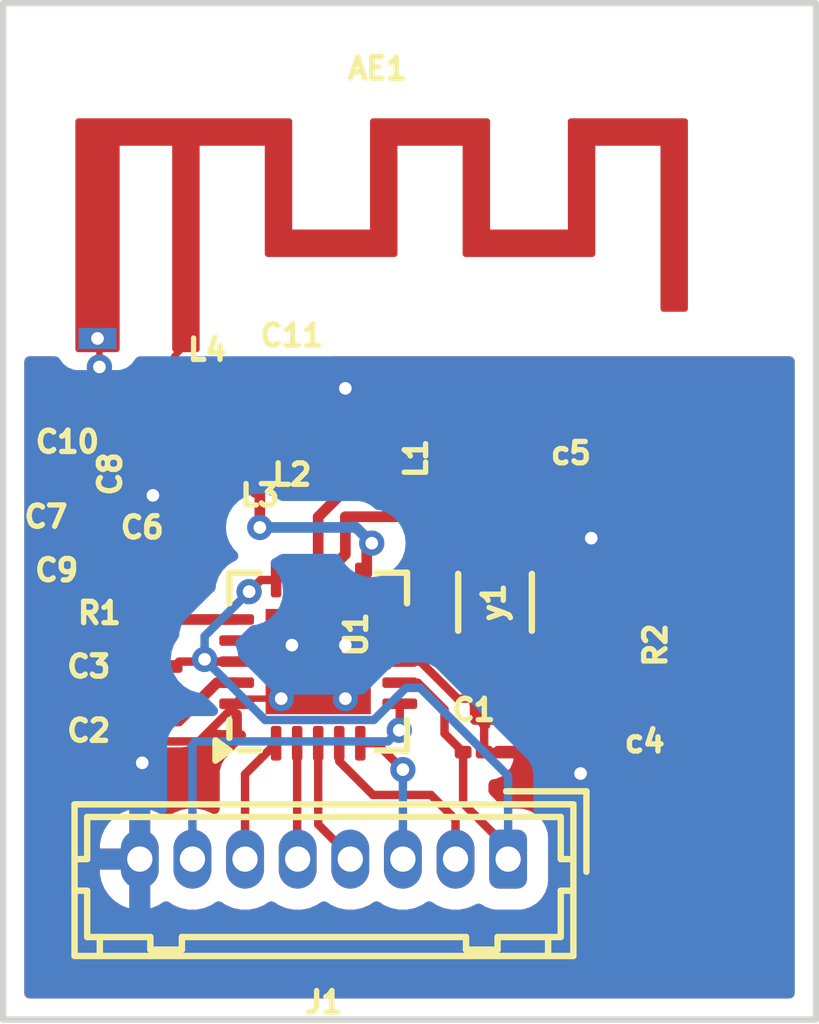
<source format=kicad_pcb>
(kicad_pcb (version 20240108) (generator "pcbnew") (generator_version "8.0")
  (layers (0 "F.Cu" signal) (31 "B.Cu" signal) (34 "B.Paste" user) (35 "F.Paste" user) (36 "B.SilkS" user "B.Silkscreen") (37 "F.SilkS" user "F.Silkscreen") (38 "B.Mask" user) (39 "F.Mask" user) (44 "Edge.Cuts" user))
  (net 0 "")
  (net 1 "Net-(AE1-A)")
  (net 2 "GND")
  (net 3 "VDD")
  (net 4 "Net-(U1-DVDD)")
  (net 5 "Net-(U1-XC2)")
  (net 6 "Net-(U1-XC1)")
  (net 7 "Net-(U1-VDD_PA)")
  (net 8 "Net-(C7-Pad1)")
  (net 9 "Net-(C10-Pad1)")
  (net 10 "Net-(J1-Pin_2)")
  (net 11 "Net-(J1-Pin_6)")
  (net 12 "Net-(J1-Pin_7)")
  (net 13 "Net-(J1-Pin_5)")
  (net 14 "Net-(J1-Pin_3)")
  (net 15 "Net-(J1-Pin_4)")
  (net 16 "Net-(U1-ANT2)")
  (net 17 "Net-(U1-ANT1)")
  (net 18 "Net-(U1-IREF)")
  (footprint "Capacitor_SMD:C_01005_0402Metric" (layer "F.Cu") (at 150.252 97.653 180)
    (property "Reference" "C9" (at 3.44 -2.423 180) (layer "F.SilkS") (effects (font (size 0.508 0.508) (thickness 0.1524))))
    (property "Value" "C_Small")
    (pad "1" smd roundrect (at -0.25 0 180) (size 0.4 0.3) (layers "F.Cu" "F.Mask") (net 7 "Net-(U1-VDD_PA)"))
    (pad "2" smd roundrect (at 0.25 0 180) (size 0.4 0.3) (layers "F.Cu" "F.Mask") (net 2 "GND"))
  )
  (footprint "Inductor_SMD:L_0402_1005Metric" (layer "F.Cu") (at 154.178 97.422 -90)
    (property "Reference" "L1" (at 0 -1.17 90) (layer "F.SilkS") (effects (font (size 0.508 0.508) (thickness 0.1524))))
    (property "Value" "8n2")
    (pad "1" smd roundrect (at -0.485 0 270) (size 0.59 0.64) (layers "F.Cu" "F.Paste" "F.Mask") (net 17 "Net-(U1-ANT1)"))
    (pad "2" smd roundrect (at 0.485 0 270) (size 0.59 0.64) (layers "F.Cu" "F.Paste" "F.Mask") (net 16 "Net-(U1-ANT2)"))
  )
  (footprint "Package_DFN_QFN:QFN-20-1EP_4x4mm_P0.5mm_EP2.5x2.5mm" (layer "F.Cu") (at 153.025 102.245 90)
    (property "Reference" "U1" (at 0.645 0.899 270) (layer "F.SilkS") (effects (font (size 0.508 0.508) (thickness 0.1524))))
    (property "Value" "NRF24L01")
    (fp_line (start 2.11 -2.11) (end 2.11 -1.385) (stroke (width 0.1524)) (layer "F.SilkS"))
    (fp_line (start 1.385 -2.11) (end 2.11 -2.11) (stroke (width 0.1524)) (layer "F.SilkS"))
    (fp_line (start -1.385 -2.11) (end -1.81 -2.11) (stroke (width 0.1524)) (layer "F.SilkS"))
    (fp_line (start -2.11 -1.385) (end -2.11 -1.87) (stroke (width 0.1524)) (layer "F.SilkS"))
    (fp_line (start 2.11 2.11) (end 2.11 1.385) (stroke (width 0.1524)) (layer "F.SilkS"))
    (fp_line (start 1.385 2.11) (end 2.11 2.11) (stroke (width 0.1524)) (layer "F.SilkS"))
    (fp_line (start -1.385 2.11) (end -2.11 2.11) (stroke (width 0.1524)) (layer "F.SilkS"))
    (fp_line (start -2.11 2.11) (end -2.11 1.385) (stroke (width 0.1524)) (layer "F.SilkS"))
    (fp_poly (pts (xy -2.11 -2.11) (xy -2.35 -2.44) (xy -1.87 -2.44) (xy -2.11 -2.11)) (stroke (width 0.1524)) (fill solid) (layer "F.SilkS"))
    (pad "1" smd roundrect (at -1.9375 -1 90) (size 0.825 0.25) (layers "F.Cu" "F.Paste" "F.Mask") (net 11 "Net-(J1-Pin_6)"))
    (pad "2" smd roundrect (at -1.9375 -0.5 90) (size 0.825 0.25) (layers "F.Cu" "F.Paste" "F.Mask") (net 13 "Net-(J1-Pin_5)"))
    (pad "3" smd roundrect (at -1.9375 0 90) (size 0.825 0.25) (layers "F.Cu" "F.Paste" "F.Mask") (net 15 "Net-(J1-Pin_4)"))
    (pad "4" smd roundrect (at -1.9375 0.5 90) (size 0.825 0.25) (layers "F.Cu" "F.Paste" "F.Mask") (net 10 "Net-(J1-Pin_2)"))
    (pad "5" smd roundrect (at -1.9375 1 90) (size 0.825 0.25) (layers "F.Cu" "F.Paste" "F.Mask") (net 14 "Net-(J1-Pin_3)"))
    (pad "6" smd roundrect (at -1 1.9375 90) (size 0.25 0.825) (layers "F.Cu" "F.Paste" "F.Mask") (net 12 "Net-(J1-Pin_7)"))
    (pad "7" smd roundrect (at -0.5 1.9375 90) (size 0.25 0.825) (layers "F.Cu" "F.Paste" "F.Mask") (net 3 "VDD"))
    (pad "8" smd roundrect (at 0 1.9375 90) (size 0.25 0.825) (layers "F.Cu" "F.Paste" "F.Mask") (net 2 "GND"))
    (pad "9" smd roundrect (at 0.5 1.9375 90) (size 0.25 0.825) (layers "F.Cu" "F.Paste" "F.Mask") (net 5 "Net-(U1-XC2)"))
    (pad "10" smd roundrect (at 1 1.9375 90) (size 0.25 0.825) (layers "F.Cu" "F.Paste" "F.Mask") (net 6 "Net-(U1-XC1)"))
    (pad "11" smd roundrect (at 1.9375 1 90) (size 0.825 0.25) (layers "F.Cu" "F.Paste" "F.Mask") (net 7 "Net-(U1-VDD_PA)"))
    (pad "12" smd roundrect (at 1.9375 0.5 90) (size 0.825 0.25) (layers "F.Cu" "F.Paste" "F.Mask") (net 17 "Net-(U1-ANT1)"))
    (pad "13" smd roundrect (at 1.9375 0 90) (size 0.825 0.25) (layers "F.Cu" "F.Paste" "F.Mask") (net 16 "Net-(U1-ANT2)"))
    (pad "14" smd roundrect (at 1.9375 -0.5 90) (size 0.825 0.25) (layers "F.Cu" "F.Paste" "F.Mask") (net 2 "GND"))
    (pad "15" smd roundrect (at 1.9375 -1 90) (size 0.825 0.25) (layers "F.Cu" "F.Paste" "F.Mask") (net 3 "VDD"))
    (pad "16" smd roundrect (at 1 -1.9375 90) (size 0.25 0.825) (layers "F.Cu" "F.Paste" "F.Mask") (net 18 "Net-(U1-IREF)"))
    (pad "17" smd roundrect (at 0.5 -1.9375 90) (size 0.25 0.825) (layers "F.Cu" "F.Paste" "F.Mask") (net 2 "GND"))
    (pad "18" smd roundrect (at 0 -1.9375 90) (size 0.25 0.825) (layers "F.Cu" "F.Paste" "F.Mask") (net 3 "VDD"))
    (pad "19" smd roundrect (at -0.5 -1.9375 90) (size 0.25 0.825) (layers "F.Cu" "F.Paste" "F.Mask") (net 4 "Net-(U1-DVDD)"))
    (pad "20" smd roundrect (at -1 -1.9375 90) (size 0.25 0.825) (layers "F.Cu" "F.Paste" "F.Mask") (net 2 "GND"))
    (pad "21" smd rect (at 0 0 90) (size 2.5 2.5) (property pad_prop_heatsink) (layers "F.Cu" "F.Mask"))
  )
  (footprint "Resistor_SMD:R_01005_0402Metric" (layer "F.Cu") (at 149.331 101.092 180)
    (property "Reference" "R1" (at 1.503 0 180) (layer "F.SilkS") (effects (font (size 0.508 0.508) (thickness 0.1524))))
    (property "Value" "22k")
    (pad "1" smd roundrect (at -0.25 0 180) (size 0.4 0.3) (layers "F.Cu" "F.Mask") (net 18 "Net-(U1-IREF)"))
    (pad "2" smd roundrect (at 0.25 0 180) (size 0.4 0.3) (layers "F.Cu" "F.Mask") (net 2 "GND"))
  )
  (footprint "RF_Antenna:Texas_SWRA117D_2.4GHz_Right" (layer "F.Cu") (at 149.882 94.573)
    (property "Reference" "AE1" (at 4.55 -6.41 0) (layer "F.SilkS") (effects (font (size 0.508 0.508) (thickness 0.1524))))
    (property "Value" "Antenna")
    (fp_poly (pts (xy 2.45 -2.51) (xy 4.45 -2.51) (xy 4.45 -5.15) (xy 7.15 -5.15) (xy 7.15 -2.51) (xy 9.15 -2.51) (xy 9.15 -5.15) (xy 11.85 -5.15) (xy 11.85 -0.71) (xy 11.35 -0.71) (xy 11.35 -4.65) (xy 9.65 -4.65) (xy 9.65 -2.01) (xy 6.65 -2.01) (xy 6.65 -4.65) (xy 4.95 -4.65) (xy 4.95 -2.01) (xy 1.95 -2.01) (xy 1.95 -4.65) (xy 0.25 -4.65) (xy 0.25 0.25) (xy -0.25 0.25) (xy -0.25 -4.65) (xy -1.65 -4.65) (xy -1.65 0.25) (xy -2.55 0.25) (xy -2.55 0.006785) (xy -2.247583 0.006785) (xy -2.237742 0.054395) (xy -2.213674 0.096797) (xy -2.175731 0.129581) (xy -2.167819 0.133935) (xy -2.125156 0.146043) (xy -2.076637 0.1453) (xy -2.031122 0.1324) (xy -2.012511 0.121787) (xy -1.978868 0.086553) (xy -1.958309 0.041368) (xy -1.951778 -0.008158) (xy -1.960218 -0.056417) (xy -1.977112 -0.088643) (xy -2.012372 -0.121313) (xy -2.057682 -0.141408) (xy -2.107267 -0.147982) (xy -2.155353 -0.140092) (xy -2.188245 -0.123186) (xy -2.223185 -0.086416) (xy -2.242847 -0.041622) (xy -2.247583 0.006785) (xy -2.55 0.006785) (xy -2.55 -5.15) (xy 2.45 -5.15) (xy 2.45 -2.51)) (stroke (width 0.1524)) (fill solid) (layer "F.Cu"))
    (pad "1" connect rect (at 0 0) (size 0.5 0.5) (layers "F.Cu") (net 1 "Net-(AE1-A)"))
    (pad "2" thru_hole rect (at -2.1 0) (size 0.9 0.5) (drill 0.3) (layers "*.Cu"))
  )
  (footprint "Inductor_SMD:L_0402_1005Metric" (layer "F.Cu") (at 150.391 96.012)
    (property "Reference" "L4" (at 0 -1.17 360) (layer "F.SilkS") (effects (font (size 0.508 0.508) (thickness 0.1524))))
    (property "Value" "3n9")
    (pad "1" smd roundrect (at -0.485 0) (size 0.59 0.64) (layers "F.Cu" "F.Paste" "F.Mask") (net 9 "Net-(C10-Pad1)"))
    (pad "2" smd roundrect (at 0.485 0) (size 0.59 0.64) (layers "F.Cu" "F.Paste" "F.Mask") (net 1 "Net-(AE1-A)"))
  )
  (footprint "Capacitor_SMD:C_01005_0402Metric" (layer "F.Cu") (at 149.352 102.362 180)
    (property "Reference" "C3" (at 1.778 0 180) (layer "F.SilkS") (effects (font (size 0.508 0.508) (thickness 0.1524))))
    (property "Value" "10n")
    (pad "1" smd roundrect (at -0.25 0 180) (size 0.4 0.3) (layers "F.Cu" "F.Mask") (net 3 "VDD"))
    (pad "2" smd roundrect (at 0.25 0 180) (size 0.4 0.3) (layers "F.Cu" "F.Mask") (net 2 "GND"))
  )
  (footprint "Capacitor_SMD:C_01005_0402Metric" (layer "F.Cu") (at 159.262 100.584)
    (property "Reference" "c5" (at -0.233 -3.286 0) (layer "F.SilkS") (effects (font (size 0.508 0.508) (thickness 0.1524))))
    (property "Value" "22p")
    (pad "1" smd roundrect (at -0.25 0) (size 0.4 0.3) (layers "F.Cu" "F.Mask") (net 6 "Net-(U1-XC1)"))
    (pad "2" smd roundrect (at 0.25 0) (size 0.4 0.3) (layers "F.Cu" "F.Mask") (net 2 "GND"))
  )
  (footprint "Inductor_SMD:L_0402_1005Metric" (layer "F.Cu") (at 152.4 96.637 180)
    (property "Reference" "L2" (at 0 -1.17 180) (layer "F.SilkS") (effects (font (size 0.508 0.508) (thickness 0.1524))))
    (property "Value" "3n9")
    (pad "1" smd roundrect (at -0.485 0 180) (size 0.59 0.64) (layers "F.Cu" "F.Paste" "F.Mask") (net 17 "Net-(U1-ANT1)"))
    (pad "2" smd roundrect (at 0.485 0 180) (size 0.59 0.64) (layers "F.Cu" "F.Paste" "F.Mask") (net 8 "Net-(C7-Pad1)"))
  )
  (footprint "Capacitor_SMD:C_01005_0402Metric" (layer "F.Cu") (at 156.718 104.394)
    (property "Reference" "C1" (at 0 -1 360) (layer "F.SilkS") (effects (font (size 0.508 0.508) (thickness 0.1524))))
    (property "Value" "1n")
    (pad "1" smd roundrect (at -0.25 0) (size 0.4 0.3) (layers "F.Cu" "F.Mask") (net 3 "VDD"))
    (pad "2" smd roundrect (at 0.25 0) (size 0.4 0.3) (layers "F.Cu" "F.Mask") (net 2 "GND"))
  )
  (footprint "Connector_Hirose:Hirose_DF13-08P-1.25DSA_1x08_P1.25mm_Vertical" (layer "F.Cu") (at 157.537 106.934 180)
    (property "Reference" "J1" (at 4.38 -3.4 180) (layer "F.SilkS") (effects (font (size 0.508 0.508) (thickness 0.1524))))
    (property "Value" "Conn_01x08_Pin")
    (fp_line (start 10.3 1.3) (end 10.3 -2.3) (stroke (width 0.1524)) (layer "F.SilkS"))
    (fp_line (start 10.3 -0.75) (end 10 -0.75) (stroke (width 0.1524)) (layer "F.SilkS"))
    (fp_line (start 10.3 -2.3) (end -1.55 -2.3) (stroke (width 0.1524)) (layer "F.SilkS"))
    (fp_line (start 10 1) (end 10 0) (stroke (width 0.1524)) (layer "F.SilkS"))
    (fp_line (start 10 0) (end 10.3 0) (stroke (width 0.1524)) (layer "F.SilkS"))
    (fp_line (start 10 -0.75) (end 10 -1.85) (stroke (width 0.1524)) (layer "F.SilkS"))
    (fp_line (start 10 -1.85) (end 9.7 -1.85) (stroke (width 0.1524)) (layer "F.SilkS"))
    (fp_line (start 9.7 -1.85) (end 9.7 -2.3) (stroke (width 0.1524)) (layer "F.SilkS"))
    (fp_line (start 8.5 -1.85) (end 9.7 -1.85) (stroke (width 0.1524)) (layer "F.SilkS"))
    (fp_line (start 8.5 -2.15) (end 8.5 -1.85) (stroke (width 0.1524)) (layer "F.SilkS"))
    (fp_line (start 7.75 -1.85) (end 7.75 -2.15) (stroke (width 0.1524)) (layer "F.SilkS"))
    (fp_line (start 7.75 -2.15) (end 8.5 -2.15) (stroke (width 0.1524)) (layer "F.SilkS"))
    (fp_line (start 1 -1.85) (end 7.75 -1.85) (stroke (width 0.1524)) (layer "F.SilkS"))
    (fp_line (start 1 -2.15) (end 1 -1.85) (stroke (width 0.1524)) (layer "F.SilkS"))
    (fp_line (start 0.25 -1.85) (end 0.25 -2.15) (stroke (width 0.1524)) (layer "F.SilkS"))
    (fp_line (start 0.25 -2.15) (end 1 -2.15) (stroke (width 0.1524)) (layer "F.SilkS"))
    (fp_line (start -0.95 -1.85) (end 0.25 -1.85) (stroke (width 0.1524)) (layer "F.SilkS"))
    (fp_line (start -0.95 -1.85) (end -0.95 -2.3) (stroke (width 0.1524)) (layer "F.SilkS"))
    (fp_line (start -1.25 1) (end 10 1) (stroke (width 0.1524)) (layer "F.SilkS"))
    (fp_line (start -1.25 0) (end -1.25 1) (stroke (width 0.1524)) (layer "F.SilkS"))
    (fp_line (start -1.25 -0.75) (end -1.25 -1.85) (stroke (width 0.1524)) (layer "F.SilkS"))
    (fp_line (start -1.25 -1.85) (end -0.95 -1.85) (stroke (width 0.1524)) (layer "F.SilkS"))
    (fp_line (start -1.55 1.3) (end 10.3 1.3) (stroke (width 0.1524)) (layer "F.SilkS"))
    (fp_line (start -1.55 0) (end -1.25 0) (stroke (width 0.1524)) (layer "F.SilkS"))
    (fp_line (start -1.55 -0.75) (end -1.25 -0.75) (stroke (width 0.1524)) (layer "F.SilkS"))
    (fp_line (start -1.55 -2.3) (end -1.55 1.3) (stroke (width 0.1524)) (layer "F.SilkS"))
    (fp_line (start -1.86 1.61) (end 0.05 1.61) (stroke (width 0.1524)) (layer "F.SilkS"))
    (fp_line (start -1.86 -0.3) (end -1.86 1.61) (stroke (width 0.1524)) (layer "F.SilkS"))
    (pad "1" thru_hole roundrect (at 0 0 180) (size 0.9 1.4) (drill 0.6) (layers "*.Cu" "*.Mask") (net 3 "VDD"))
    (pad "2" thru_hole oval (at 1.25 0 180) (size 0.9 1.4) (drill 0.6) (layers "*.Cu" "*.Mask") (net 10 "Net-(J1-Pin_2)"))
    (pad "3" thru_hole oval (at 2.5 0 180) (size 0.9 1.4) (drill 0.6) (layers "*.Cu" "*.Mask") (net 14 "Net-(J1-Pin_3)"))
    (pad "4" thru_hole oval (at 3.75 0 180) (size 0.9 1.4) (drill 0.6) (layers "*.Cu" "*.Mask") (net 15 "Net-(J1-Pin_4)"))
    (pad "5" thru_hole oval (at 5 0 180) (size 0.9 1.4) (drill 0.6) (layers "*.Cu" "*.Mask") (net 13 "Net-(J1-Pin_5)"))
    (pad "6" thru_hole oval (at 6.25 0 180) (size 0.9 1.4) (drill 0.6) (layers "*.Cu" "*.Mask") (net 11 "Net-(J1-Pin_6)"))
    (pad "7" thru_hole oval (at 7.5 0 180) (size 0.9 1.4) (drill 0.6) (layers "*.Cu" "*.Mask") (net 12 "Net-(J1-Pin_7)"))
    (pad "8" thru_hole oval (at 8.75 0 180) (size 0.9 1.4) (drill 0.6) (layers "*.Cu" "*.Mask") (net 2 "GND"))
  )
  (footprint "Capacitor_SMD:C_01005_0402Metric" (layer "F.Cu") (at 159.262 103.378)
    (property "Reference" "c4" (at 1.52 0.762 0) (layer "F.SilkS") (effects (font (size 0.508 0.508) (thickness 0.1524))))
    (property "Value" "22p")
    (pad "1" smd roundrect (at -0.25 0) (size 0.4 0.3) (layers "F.Cu" "F.Mask") (net 5 "Net-(U1-XC2)"))
    (pad "2" smd roundrect (at 0.25 0) (size 0.4 0.3) (layers "F.Cu" "F.Mask") (net 2 "GND"))
  )
  (footprint "Capacitor_SMD:C_01005_0402Metric" (layer "F.Cu") (at 150.368 98.669 180)
    (property "Reference" "C6" (at 1.524 -0.391 180) (layer "F.SilkS") (effects (font (size 0.508 0.508) (thickness 0.1524))))
    (property "Value" "C_Small")
    (pad "1" smd roundrect (at -0.25 0 180) (size 0.4 0.3) (layers "F.Cu" "F.Mask") (net 7 "Net-(U1-VDD_PA)"))
    (pad "2" smd roundrect (at 0.25 0 180) (size 0.4 0.3) (layers "F.Cu" "F.Mask") (net 2 "GND"))
  )
  (footprint "Capacitor_SMD:C_01005_0402Metric" (layer "F.Cu") (at 152.4 95.504)
    (property "Reference" "C11" (at 0 -1 360) (layer "F.SilkS") (effects (font (size 0.508 0.508) (thickness 0.1524))))
    (property "Value" "cx")
    (pad "1" smd roundrect (at -0.25 0) (size 0.4 0.3) (layers "F.Cu" "F.Mask") (net 1 "Net-(AE1-A)"))
    (pad "2" smd roundrect (at 0.25 0) (size 0.4 0.3) (layers "F.Cu" "F.Mask") (net 2 "GND"))
  )
  (footprint "Capacitor_SMD:C_01005_0402Metric" (layer "F.Cu") (at 148.844 97.028 -90)
    (property "Reference" "C8" (at 0.762 0.762 90) (layer "F.SilkS") (effects (font (size 0.508 0.508) (thickness 0.1524))))
    (property "Value" "1p")
    (pad "1" smd roundrect (at -0.25 0 270) (size 0.4 0.3) (layers "F.Cu" "F.Mask") (net 9 "Net-(C10-Pad1)"))
    (pad "2" smd roundrect (at 0.25 0 270) (size 0.4 0.3) (layers "F.Cu" "F.Mask") (net 2 "GND"))
  )
  (footprint "Capacitor_SMD:C_01005_0402Metric" (layer "F.Cu") (at 148.569 96.012 180)
    (property "Reference" "C10" (at 1.503 -1.016 180) (layer "F.SilkS") (effects (font (size 0.508 0.508) (thickness 0.1524))))
    (property "Value" "cx")
    (pad "1" smd roundrect (at -0.25 0 180) (size 0.4 0.3) (layers "F.Cu" "F.Mask") (net 9 "Net-(C10-Pad1)"))
    (pad "2" smd roundrect (at 0.25 0 180) (size 0.4 0.3) (layers "F.Cu" "F.Mask") (net 2 "GND"))
  )
  (footprint "Crystal:Crystal_SMD_3215-2Pin_3.2x1.5mm" (layer "F.Cu") (at 157.226 100.838 -90)
    (property "Reference" "y1" (at 0 0.032 90) (layer "F.SilkS") (effects (font (size 0.508 0.508) (thickness 0.1524))))
    (property "Value" "16MHz")
    (fp_line (start -0.675 0.875) (end 0.675 0.875) (stroke (width 0.1524)) (layer "F.SilkS"))
    (fp_line (start -0.675 -0.875) (end 0.675 -0.875) (stroke (width 0.1524)) (layer "F.SilkS"))
    (pad "1" smd rect (at 1.25 0 270) (size 1 1.8) (layers "F.Cu" "F.Paste" "F.Mask") (net 5 "Net-(U1-XC2)"))
    (pad "2" smd rect (at -1.25 0 270) (size 1 1.8) (layers "F.Cu" "F.Paste" "F.Mask") (net 6 "Net-(U1-XC1)"))
  )
  (footprint "Capacitor_SMD:C_01005_0402Metric" (layer "F.Cu") (at 150.231 96.891 180)
    (property "Reference" "C7" (at 3.673 -1.915 180) (layer "F.SilkS") (effects (font (size 0.508 0.508) (thickness 0.1524))))
    (property "Value" "1p5")
    (pad "1" smd roundrect (at -0.25 0 180) (size 0.4 0.3) (layers "F.Cu" "F.Mask") (net 8 "Net-(C7-Pad1)"))
    (pad "2" smd roundrect (at 0.25 0 180) (size 0.4 0.3) (layers "F.Cu" "F.Mask") (net 9 "Net-(C10-Pad1)"))
  )
  (footprint "Resistor_SMD:R_01005_0402Metric" (layer "F.Cu") (at 159.258 101.858 90)
    (property "Reference" "R2" (at 0.004 1.778 270) (layer "F.SilkS") (effects (font (size 0.508 0.508) (thickness 0.1524))))
    (property "Value" "10M")
    (pad "1" smd roundrect (at -0.25 0 90) (size 0.4 0.3) (layers "F.Cu" "F.Mask") (net 5 "Net-(U1-XC2)"))
    (pad "2" smd roundrect (at 0.25 0 90) (size 0.4 0.3) (layers "F.Cu" "F.Mask") (net 6 "Net-(U1-XC1)"))
  )
  (footprint "Inductor_SMD:L_0402_1005Metric" (layer "F.Cu") (at 152.009 97.907 180)
    (property "Reference" "L3" (at 0.371 -0.391 180) (layer "F.SilkS") (effects (font (size 0.508 0.508) (thickness 0.1524))))
    (property "Value" "2n7")
    (pad "1" smd roundrect (at -0.485 0 180) (size 0.59 0.64) (layers "F.Cu" "F.Paste" "F.Mask") (net 16 "Net-(U1-ANT2)"))
    (pad "2" smd roundrect (at 0.485 0 180) (size 0.59 0.64) (layers "F.Cu" "F.Paste" "F.Mask") (net 7 "Net-(U1-VDD_PA)"))
  )
  (footprint "Capacitor_SMD:C_01005_0402Metric" (layer "F.Cu") (at 149.356 103.632 180)
    (property "Reference" "C2" (at 1.782 -0.254 180) (layer "F.SilkS") (effects (font (size 0.508 0.508) (thickness 0.1524))))
    (property "Value" "33n")
    (pad "1" smd roundrect (at -0.25 0 180) (size 0.4 0.3) (layers "F.Cu" "F.Mask") (net 4 "Net-(U1-DVDD)"))
    (pad "2" smd roundrect (at 0.25 0 180) (size 0.4 0.3) (layers "F.Cu" "F.Mask") (net 2 "GND"))
  )
  (gr_line (start 154.686 102.362) (end 153.416 102.362) (stroke (width 0.1524)) (layer "F.Cu") (net 2))
  (gr_line (start 152.146 103.124) (end 151.13 103.124) (stroke (width 0.1524)) (layer "F.Cu") (net 2))
  (gr_line (start 150.622 96.012) (end 149.606 94.996) (stroke (width 0.1524)) (layer "F.Cu") (net 1))
  (gr_line (start 153.67 103.124) (end 152.146 103.124) (stroke (width 0.1524)) (layer "F.Cu") (net 2))
  (gr_line (start 153.67 101.854) (end 153.67 103.124) (stroke (width 0.1524)) (layer "F.Cu") (net 2))
  (gr_line (start 152.4 100.584) (end 152.4 101.854) (stroke (width 0.1524)) (layer "F.Cu") (net 2))
  (gr_line (start 149.606 94.996) (end 150.029 94.573) (stroke (width 0.1524)) (layer "F.Cu") (net 1))
  (gr_line (start 147.828 95.25) (end 147.828 94.7183) (stroke (width 0.1524)) (layer "F.Cu") (net 2))
  (gr_line (start 152.4 101.854) (end 153.67 101.854) (stroke (width 0.1524)) (layer "F.Cu") (net 2))
  (gr_line (start 151.384 101.854) (end 152.4 101.854) (stroke (width 0.1524)) (layer "F.Cu") (net 2))
  (gr_line (start 164.846 110.744) (end 147.066 110.744) (stroke (width 0.1524)) (layer "Edge.Cuts"))
  (gr_line (start 147.066 110.744) (end 145.542 110.744) (stroke (width 0.1524)) (layer "Edge.Cuts"))
  (gr_line (start 145.542 86.614) (end 164.846 86.614) (stroke (width 0.1524)) (layer "Edge.Cuts"))
  (gr_line (start 164.846 86.614) (end 164.846 110.744) (stroke (width 0.1524)) (layer "Edge.Cuts"))
  (gr_line (start 145.542 110.744) (end 145.542 86.614) (stroke (width 0.1524)) (layer "Edge.Cuts"))
  (segment (start 152.15 95.504) (end 151.384 95.504) (width 0.508) (layer "F.Cu") (net 1))
  (segment (start 151.384 95.504) (end 150.876 96.012) (width 0.508) (layer "F.Cu") (net 1))
  (segment (start 156.972 103.124) (end 156.334072 103.124) (width 0.2) (layer "F.Cu") (net 2))
  (segment (start 149.106 103.632) (end 149.106 104.14) (width 0.2) (layer "F.Cu") (net 2))
  (segment (start 152.525 100.3075) (end 152.45 100.3825) (width 0.2) (layer "F.Cu") (net 2))
  (segment (start 149.106 104.14) (end 149.106 104.386) (width 0.2) (layer "F.Cu") (net 2))
  (segment (start 149.102 102.362) (end 149.102 103.628) (width 0.2) (layer "F.Cu") (net 2))
  (segment (start 153.67 95.758) (end 152.904 95.758) (width 0.2) (layer "F.Cu") (net 2))
  (segment (start 150.002 97.653) (end 150.002 98.553) (width 0.2) (layer "F.Cu") (net 2))
  (segment (start 155.455072 102.245) (end 154.9625 102.245) (width 0.2) (layer "F.Cu") (net 2))
  (segment (start 147.828 95.25) (end 147.828 95.521) (width 0.2) (layer "F.Cu") (net 2))
  (segment (start 150.1925 104.14) (end 149.106 104.14) (width 0.2) (layer "F.Cu") (net 2))
  (segment (start 148.319 96.98541) (end 148.61159 97.278) (width 0.2) (layer "F.Cu") (net 2))
  (segment (start 156.968 103.128) (end 156.972 103.124) (width 0.2) (layer "F.Cu") (net 2))
  (segment (start 150.002 97.653) (end 149.743 97.653) (width 0.2) (layer "F.Cu") (net 2))
  (segment (start 152.704 95.558) (end 152.704 95.504) (width 0.2) (layer "F.Cu") (net 2))
  (segment (start 149.106 104.386) (end 148.844 104.648) (width 0.2) (layer "F.Cu") (net 2))
  (segment (start 150.002 98.553) (end 150.118 98.669) (width 0.2) (layer "F.Cu") (net 2))
  (segment (start 159.512 104.14) (end 159.512 103.378) (width 0.2) (layer "F.Cu") (net 2))
  (segment (start 149.081 101.092) (end 149.081 102.341) (width 0.2) (layer "F.Cu") (net 2))
  (segment (start 150.118 98.669) (end 149.081 99.706) (width 0.2) (layer "F.Cu") (net 2))
  (segment (start 156.334072 103.124) (end 155.455072 102.245) (width 0.2) (layer "F.Cu") (net 2))
  (segment (start 150.002 97.653) (end 149.219 97.653) (width 0.2) (layer "F.Cu") (net 2))
  (segment (start 148.787 104.705) (end 148.844 104.648) (width 0.2) (layer "F.Cu") (net 2))
  (segment (start 147.828 95.521) (end 148.319 96.012) (width 0.2) (layer "F.Cu") (net 2))
  (segment (start 160.02 100.584) (end 160.02 102.87) (width 0.2) (layer "F.Cu") (net 2))
  (segment (start 159.258 104.394) (end 159.512 104.14) (width 0.2) (layer "F.Cu") (net 2))
  (segment (start 152.45 100.3825) (end 152.45 100.584) (width 0.2) (layer "F.Cu") (net 2))
  (segment (start 151.0875 103.245) (end 150.1925 104.14) (width 0.2) (layer "F.Cu") (net 2))
  (segment (start 149.102 103.628) (end 149.106 103.632) (width 0.2) (layer "F.Cu") (net 2))
  (segment (start 160.02 102.87) (end 159.512 103.378) (width 0.2) (layer "F.Cu") (net 2))
  (segment (start 148.787 106.934) (end 148.787 104.705) (width 0.2) (layer "F.Cu") (net 2))
  (segment (start 149.219 97.653) (end 148.844 97.278) (width 0.2) (layer "F.Cu") (net 2))
  (segment (start 151.0875 101.745) (end 151.475 101.745) (width 0.2) (layer "F.Cu") (net 2))
  (segment (start 149.743 97.653) (end 149.098 98.298) (width 0.2) (layer "F.Cu") (net 2))
  (segment (start 159.512 99.314) (end 159.512 100.584) (width 0.2) (layer "F.Cu") (net 2))
  (segment (start 152.904 95.758) (end 152.704 95.558) (width 0.2) (layer "F.Cu") (net 2))
  (segment (start 156.968 104.394) (end 159.258 104.394) (width 0.2) (layer "F.Cu") (net 2))
  (segment (start 148.61159 97.278) (end 148.844 97.278) (width 0.2) (layer "F.Cu") (net 2))
  (segment (start 156.968 104.394) (end 156.968 103.128) (width 0.2) (layer "F.Cu") (net 2))
  (segment (start 159.258 104.902) (end 159.258 104.394) (width 0.2) (layer "F.Cu") (net 2))
  (segment (start 149.081 99.706) (end 149.081 101.092) (width 0.2) (layer "F.Cu") (net 2))
  (segment (start 149.081 102.341) (end 149.102 102.362) (width 0.2) (layer "F.Cu") (net 2))
  (segment (start 159.512 100.584) (end 160.02 100.584) (width 0.2) (layer "F.Cu") (net 2))
  (segment (start 148.319 96.012) (end 148.319 96.98541) (width 0.2) (layer "F.Cu") (net 2))
  (via (at 159.512 99.314) (size 0.6) (drill 0.3) (layers "F.Cu" "B.Cu") (net 2))
  (via (at 159.258 104.902) (size 0.6) (drill 0.3) (layers "F.Cu" "B.Cu") (net 2))
  (via (at 153.67 95.758) (size 0.6) (drill 0.3) (layers "F.Cu" "B.Cu") (net 2))
  (via (at 148.844 104.648) (size 0.6) (drill 0.3) (layers "F.Cu" "B.Cu") (net 2))
  (via (at 147.828 95.25) (size 0.6) (drill 0.3) (layers "F.Cu" "B.Cu") (net 2))
  (via (at 153.67 101.854) (size 0.6) (drill 0.3) (layers "F.Cu" "B.Cu") (net 2))
  (via (at 152.146 103.124) (size 0.6) (drill 0.3) (layers "F.Cu" "B.Cu") (net 2))
  (via (at 149.098 98.298) (size 0.6) (drill 0.3) (layers "F.Cu" "B.Cu") (net 2))
  (via (at 153.67 103.124) (size 0.6) (drill 0.3) (layers "F.Cu" "B.Cu") (net 2))
  (via (at 152.4 101.854) (size 0.6) (drill 0.3) (layers "F.Cu" "B.Cu") (net 2))
  (segment (start 149.098 98.298) (end 149.606 98.298) (width 0.2) (layer "B.Cu") (net 2))
  (segment (start 149.606 98.298) (end 152.146 95.758) (width 0.2) (layer "B.Cu") (net 2))
  (segment (start 152.146 95.758) (end 153.67 95.758) (width 0.2) (layer "B.Cu") (net 2))
  (segment (start 154.9625 102.745) (end 155.389386 102.745) (width 0.2) (layer "F.Cu") (net 3))
  (segment (start 152.025 100.3075) (end 151.6605 100.3075) (width 0.2) (layer "F.Cu") (net 3))
  (segment (start 151.6605 100.3075) (end 151.384 100.584) (width 0.2) (layer "F.Cu") (net 3))
  (segment (start 156.468 105.610314) (end 157.537 106.679314) (width 0.2) (layer "F.Cu") (net 3))
  (segment (start 149.602 102.362) (end 149.719 102.245) (width 0.2) (layer "F.Cu") (net 3))
  (segment (start 156.026 103.952) (end 156.468 104.394) (width 0.2) (layer "F.Cu") (net 3))
  (segment (start 155.389386 102.745) (end 156.026 103.381614) (width 0.2) (layer "F.Cu") (net 3))
  (segment (start 156.026 103.381614) (end 156.026 103.952) (width 0.2) (layer "F.Cu") (net 3))
  (segment (start 156.468 104.394) (end 156.468 105.610314) (width 0.2) (layer "F.Cu") (net 3))
  (segment (start 157.537 106.679314) (end 157.537 106.934) (width 0.2) (layer "F.Cu") (net 3))
  (segment (start 149.719 102.245) (end 151.0875 102.245) (width 0.2) (layer "F.Cu") (net 3))
  (segment (start 151.0875 102.245) (end 150.379444 102.245) (width 0.2) (layer "F.Cu") (net 3))
  (segment (start 150.379444 102.245) (end 150.326614 102.19217) (width 0.2) (layer "F.Cu") (net 3))
  (via (at 150.326614 102.19217) (size 0.6) (drill 0.3) (layers "F.Cu" "B.Cu") (net 3))
  (via (at 151.384 100.584) (size 0.6) (drill 0.3) (layers "F.Cu" "B.Cu") (net 3))
  (segment (start 155.107471 102.87) (end 155.448 102.87) (width 0.2) (layer "B.Cu") (net 3))
  (segment (start 150.326614 101.641386) (end 150.326614 102.19217) (width 0.2) (layer "B.Cu") (net 3))
  (segment (start 150.326614 102.19217) (end 151.766444 103.632) (width 0.2) (layer "B.Cu") (net 3))
  (segment (start 157.537 104.959) (end 157.537 106.934) (width 0.2) (layer "B.Cu") (net 3))
  (segment (start 151.766444 103.632) (end 154.345471 103.632) (width 0.2) (layer "B.Cu") (net 3))
  (segment (start 151.384 100.584) (end 150.326614 101.641386) (width 0.2) (layer "B.Cu") (net 3))
  (segment (start 154.345471 103.632) (end 155.107471 102.87) (width 0.2) (layer "B.Cu") (net 3))
  (segment (start 155.448 102.87) (end 157.537 104.959) (width 0.2) (layer "B.Cu") (net 3))
  (segment (start 149.735432 103.632) (end 149.633 103.632) (width 0.254) (layer "F.Cu") (net 4))
  (segment (start 150.622432 102.745) (end 149.735432 103.632) (width 0.254) (layer "F.Cu") (net 4))
  (segment (start 151.0875 102.745) (end 150.622432 102.745) (width 0.254) (layer "F.Cu") (net 4))
  (segment (start 154.9625 101.745) (end 156.883 101.745) (width 0.254) (layer "F.Cu") (net 5))
  (segment (start 159.012 102.354) (end 159.012 103.378) (width 0.2) (layer "F.Cu") (net 5))
  (segment (start 156.883 101.745) (end 157.226 102.088) (width 0.254) (layer "F.Cu") (net 5))
  (segment (start 157.226 102.088) (end 157.695 102.088) (width 0.254) (layer "F.Cu") (net 5))
  (segment (start 159.258 102.108) (end 159.012 102.354) (width 0.2) (layer "F.Cu") (net 5))
  (segment (start 157.695 102.088) (end 158.985 103.378) (width 0.254) (layer "F.Cu") (net 5))
  (segment (start 159.258 101.608) (end 159.012 101.362) (width 0.2) (layer "F.Cu") (net 6))
  (segment (start 157.989 99.588) (end 158.985 100.584) (width 0.254) (layer "F.Cu") (net 6))
  (segment (start 159.012 101.362) (end 159.012 100.584) (width 0.2) (layer "F.Cu") (net 6))
  (segment (start 154.9625 101.245) (end 155.569 101.245) (width 0.254) (layer "F.Cu") (net 6))
  (segment (start 155.569 101.245) (end 157.226 99.588) (width 0.254) (layer "F.Cu") (net 6))
  (segment (start 157.226 99.588) (end 157.989 99.588) (width 0.254) (layer "F.Cu") (net 6))
  (segment (start 150.618 97.769) (end 150.618 98.669) (width 0.2) (layer "F.Cu") (net 7))
  (segment (start 150.783 97.907) (end 150.529 97.653) (width 0.254) (layer "F.Cu") (net 7))
  (segment (start 150.502 97.653) (end 150.618 97.769) (width 0.2) (layer "F.Cu") (net 7))
  (segment (start 151.524 97.907) (end 150.783 97.907) (width 0.254) (layer "F.Cu") (net 7))
  (segment (start 154.025 100.3075) (end 154.178 100.1545) (width 0.254) (layer "F.Cu") (net 7))
  (segment (start 151.638 99.06) (end 151.638 98.021) (width 0.254) (layer "F.Cu") (net 7))
  (segment (start 154.178 99.314) (end 154.297 99.433) (width 0.254) (layer "F.Cu") (net 7))
  (segment (start 154.178 100.1545) (end 154.178 99.314) (width 0.254) (layer "F.Cu") (net 7))
  (segment (start 151.524 97.907) (end 151.524 98.226999) (width 0.254) (layer "F.Cu") (net 7))
  (segment (start 151.638 98.021) (end 151.524 97.907) (width 0.254) (layer "F.Cu") (net 7))
  (via (at 154.297 99.433) (size 0.6) (drill 0.3) (layers "F.Cu" "B.Cu") (net 7))
  (via (at 151.638 99.06) (size 0.6) (drill 0.3) (layers "F.Cu" "B.Cu") (net 7))
  (segment (start 154.297 99.433) (end 153.924 99.06) (width 0.254) (layer "B.Cu") (net 7))
  (segment (start 151.700356 99.122356) (end 151.638 99.06) (width 0.254) (layer "B.Cu") (net 7))
  (segment (start 153.924 99.06) (end 151.638 99.06) (width 0.254) (layer "B.Cu") (net 7))
  (segment (start 151.915 96.637) (end 151.661 96.891) (width 0.254) (layer "F.Cu") (net 8))
  (segment (start 151.661 96.891) (end 150.508 96.891) (width 0.254) (layer "F.Cu") (net 8))
  (segment (start 148.844 96.778) (end 149.868 96.778) (width 0.2) (layer "F.Cu") (net 9))
  (segment (start 149.868 96.778) (end 149.981 96.891) (width 0.2) (layer "F.Cu") (net 9))
  (segment (start 149.906 96.843) (end 149.954 96.891) (width 0.254) (layer "F.Cu") (net 9))
  (segment (start 148.844 96.037) (end 148.819 96.012) (width 0.2) (layer "F.Cu") (net 9))
  (segment (start 149.906 96.012) (end 149.906 96.843) (width 0.254) (layer "F.Cu") (net 9))
  (segment (start 148.844 96.778) (end 148.844 96.037) (width 0.2) (layer "F.Cu") (net 9))
  (segment (start 153.525 104.609386) (end 154.325614 105.41) (width 0.2) (layer "F.Cu") (net 10))
  (segment (start 154.325614 105.41) (end 155.702 105.41) (width 0.2) (layer "F.Cu") (net 10))
  (segment (start 153.525 104.1825) (end 153.525 104.609386) (width 0.2) (layer "F.Cu") (net 10))
  (segment (start 155.702 105.41) (end 156.287 105.995) (width 0.2) (layer "F.Cu") (net 10))
  (segment (start 156.287 105.995) (end 156.287 106.934) (width 0.2) (layer "F.Cu") (net 10))
  (segment (start 152.025 104.1825) (end 151.287 104.9205) (width 0.2) (layer "F.Cu") (net 11))
  (segment (start 151.287 104.9205) (end 151.287 106.934) (width 0.2) (layer "F.Cu") (net 11))
  (segment (start 154.9625 103.245) (end 154.9625 103.8635) (width 0.2) (layer "F.Cu") (net 12))
  (segment (start 154.9625 103.8635) (end 154.950765 103.875235) (width 0.2) (layer "F.Cu") (net 12))
  (via (at 154.950765 103.875235) (size 0.6) (drill 0.3) (layers "F.Cu" "B.Cu") (net 12))
  (segment (start 154.686 104.14) (end 150.114 104.14) (width 0.2) (layer "B.Cu") (net 12))
  (segment (start 154.950765 103.875235) (end 154.686 104.14) (width 0.2) (layer "B.Cu") (net 12))
  (segment (start 150.037 104.217) (end 150.037 106.934) (width 0.2) (layer "B.Cu") (net 12))
  (segment (start 150.114 104.14) (end 150.037 104.217) (width 0.2) (layer "B.Cu") (net 12))
  (segment (start 152.525 106.922) (end 152.537 106.934) (width 0.2) (layer "F.Cu") (net 13))
  (segment (start 152.525 104.1825) (end 152.525 106.922) (width 0.2) (layer "F.Cu") (net 13))
  (segment (start 154.4095 104.1825) (end 155.037 104.81) (width 0.2) (layer "F.Cu") (net 14))
  (segment (start 154.025 104.1825) (end 154.4095 104.1825) (width 0.2) (layer "F.Cu") (net 14))
  (via (at 155.037 104.81) (size 0.6) (drill 0.3) (layers "F.Cu" "B.Cu") (net 14))
  (segment (start 155.037 104.81) (end 155.037 106.934) (width 0.2) (layer "B.Cu") (net 14))
  (segment (start 153.025 104.1825) (end 153.025 106.11134) (width 0.2) (layer "F.Cu") (net 15))
  (segment (start 153.025 106.11134) (end 153.787 106.87334) (width 0.2) (layer "F.Cu") (net 15))
  (segment (start 153.787 106.87334) (end 153.787 106.934) (width 0.2) (layer "F.Cu") (net 15))
  (segment (start 153.025 98.808947) (end 153.926947 97.907) (width 0.254) (layer "F.Cu") (net 16))
  (segment (start 152.494 97.907) (end 154.178 97.907) (width 0.254) (layer "F.Cu") (net 16))
  (segment (start 153.926947 97.907) (end 154.178 97.907) (width 0.254) (layer "F.Cu") (net 16))
  (segment (start 153.025 100.3075) (end 153.025 98.808947) (width 0.254) (layer "F.Cu") (net 16))
  (segment (start 154.94 98.806) (end 155.448 98.298) (width 0.254) (layer "F.Cu") (net 17))
  (segment (start 153.525 99.842432) (end 153.67 99.697432) (width 0.254) (layer "F.Cu") (net 17))
  (segment (start 153.67 99.697432) (end 153.67 98.806) (width 0.254) (layer "F.Cu") (net 17))
  (segment (start 155.448 97.028) (end 155.357 96.937) (width 0.254) (layer "F.Cu") (net 17))
  (segment (start 155.448 98.298) (end 155.448 97.028) (width 0.254) (layer "F.Cu") (net 17))
  (segment (start 155.357 96.937) (end 154.178 96.937) (width 0.254) (layer "F.Cu") (net 17))
  (segment (start 152.885 96.637) (end 153.878 96.637) (width 0.254) (layer "F.Cu") (net 17))
  (segment (start 153.525 100.3075) (end 153.525 99.842432) (width 0.254) (layer "F.Cu") (net 17))
  (segment (start 153.878 96.637) (end 154.178 96.937) (width 0.254) (layer "F.Cu") (net 17))
  (segment (start 153.67 98.806) (end 154.94 98.806) (width 0.254) (layer "F.Cu") (net 17))
  (segment (start 151.0875 101.245) (end 149.761 101.245) (width 0.254) (layer "F.Cu") (net 18))
  (segment (start 149.761 101.245) (end 149.608 101.092) (width 0.254) (layer "F.Cu") (net 18))
  (zone (net 2) (net_name "GND") (layer "F.Cu") (priority 1) (connect_pads (clearance 0.5)) (min_thickness 0.25) (fill yes (thermal_gap 0.5) (thermal_bridge_width 0.5))
    (polygon (pts (xy 145.542 94.996) (xy 164.846 94.996) (xy 164.846 110.744) (xy 145.542 110.744)))
  )
  (zone (net 2) (net_name "GND") (layer "B.Cu") (connect_pads (clearance 0.5)) (min_thickness 0.25) (fill yes (thermal_gap 0.5) (thermal_bridge_width 0.5))
    (polygon (pts (xy 145.542 94.996) (xy 164.846 94.996) (xy 164.846 110.744) (xy 145.542 110.744) (xy 145.542 110.744)))
  )
)
</source>
